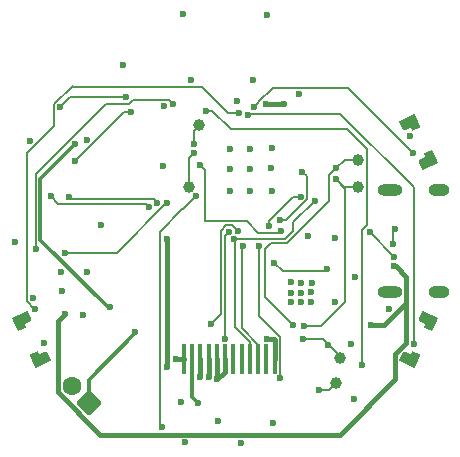
<source format=gbr>
%TF.GenerationSoftware,KiCad,Pcbnew,(6.0.7-1)-1*%
%TF.CreationDate,2022-10-24T14:59:34+01:00*%
%TF.ProjectId,wristpad,77726973-7470-4616-942e-6b696361645f,rev?*%
%TF.SameCoordinates,Original*%
%TF.FileFunction,Copper,L4,Bot*%
%TF.FilePolarity,Positive*%
%FSLAX46Y46*%
G04 Gerber Fmt 4.6, Leading zero omitted, Abs format (unit mm)*
G04 Created by KiCad (PCBNEW (6.0.7-1)-1) date 2022-10-24 14:59:34*
%MOMM*%
%LPD*%
G01*
G04 APERTURE LIST*
G04 Aperture macros list*
%AMRoundRect*
0 Rectangle with rounded corners*
0 $1 Rounding radius*
0 $2 $3 $4 $5 $6 $7 $8 $9 X,Y pos of 4 corners*
0 Add a 4 corners polygon primitive as box body*
4,1,4,$2,$3,$4,$5,$6,$7,$8,$9,$2,$3,0*
0 Add four circle primitives for the rounded corners*
1,1,$1+$1,$2,$3*
1,1,$1+$1,$4,$5*
1,1,$1+$1,$6,$7*
1,1,$1+$1,$8,$9*
0 Add four rect primitives between the rounded corners*
20,1,$1+$1,$2,$3,$4,$5,0*
20,1,$1+$1,$4,$5,$6,$7,0*
20,1,$1+$1,$6,$7,$8,$9,0*
20,1,$1+$1,$8,$9,$2,$3,0*%
%AMFreePoly0*
4,1,16,0.740277,0.992426,0.757850,0.950000,0.757850,0.300000,0.740275,0.257574,0.697850,0.240000,0.457200,0.240000,0.457201,-0.274320,0.274320,-0.457200,-0.457200,-0.457200,-0.457200,0.288050,-0.462150,0.300000,-0.462150,0.949999,-0.444576,0.992426,-0.402150,1.010000,0.697850,1.010000,0.740277,0.992426,0.740277,0.992426,$1*%
%AMFreePoly1*
4,1,16,0.444576,0.992426,0.462150,0.950000,0.462150,0.300000,0.457200,0.288050,0.457200,-0.457200,-0.274320,-0.457201,-0.457200,-0.274320,-0.457200,0.240000,-0.697850,0.240000,-0.740276,0.257574,-0.757850,0.300000,-0.757850,0.950000,-0.740276,0.992426,-0.697850,1.010000,0.402150,1.010000,0.444576,0.992426,0.444576,0.992426,$1*%
G04 Aperture macros list end*
%TA.AperFunction,SMDPad,CuDef*%
%ADD10C,1.000000*%
%TD*%
%TA.AperFunction,ComponentPad*%
%ADD11RoundRect,0.250000X0.777817X0.000000X0.000000X0.777817X-0.777817X0.000000X0.000000X-0.777817X0*%
%TD*%
%TA.AperFunction,ComponentPad*%
%ADD12C,1.600000*%
%TD*%
%TA.AperFunction,ComponentPad*%
%ADD13FreePoly0,115.000000*%
%TD*%
%TA.AperFunction,ComponentPad*%
%ADD14FreePoly1,115.000000*%
%TD*%
%TA.AperFunction,ComponentPad*%
%ADD15O,2.108200X0.990600*%
%TD*%
%TA.AperFunction,ComponentPad*%
%ADD16O,1.803400X0.990600*%
%TD*%
%TA.AperFunction,ComponentPad*%
%ADD17FreePoly1,245.000000*%
%TD*%
%TA.AperFunction,ComponentPad*%
%ADD18FreePoly0,245.000000*%
%TD*%
%TA.AperFunction,ComponentPad*%
%ADD19FreePoly1,295.000000*%
%TD*%
%TA.AperFunction,ComponentPad*%
%ADD20FreePoly0,295.000000*%
%TD*%
%TA.AperFunction,SMDPad,CuDef*%
%ADD21R,0.350000X2.500000*%
%TD*%
%TA.AperFunction,ViaPad*%
%ADD22C,0.600000*%
%TD*%
%TA.AperFunction,Conductor*%
%ADD23C,0.400000*%
%TD*%
%TA.AperFunction,Conductor*%
%ADD24C,0.200000*%
%TD*%
%TA.AperFunction,Conductor*%
%ADD25C,0.300000*%
%TD*%
G04 APERTURE END LIST*
D10*
%TO.P,TP7,1,1*%
%TO.N,/RXD*%
X111230000Y-93140000D03*
%TD*%
%TO.P,TP6,1,1*%
%TO.N,/TXD*%
X111260000Y-95490000D03*
%TD*%
%TO.P,TP4,1,1*%
%TO.N,/DTR*%
X109390000Y-112010000D03*
%TD*%
%TO.P,TP3,1,1*%
%TO.N,/RTS*%
X109730000Y-109930000D03*
%TD*%
%TO.P,TP2,1,1*%
%TO.N,/DAC2*%
X96940000Y-95470000D03*
%TD*%
%TO.P,TP1,1,1*%
%TO.N,/DAC1*%
X97830000Y-90220000D03*
%TD*%
D11*
%TO.P,J2,1,Pin_1*%
%TO.N,+BATT*%
X88453199Y-113713199D03*
D12*
%TO.P,J2,2,Pin_2*%
%TO.N,GND*%
X87038985Y-112298985D03*
%TD*%
D13*
%TO.P,SW5,3*%
%TO.N,N/C*%
X84653935Y-109891721D03*
D14*
X83092065Y-106542279D03*
%TD*%
D15*
%TO.P,J1,13,SHELL*%
%TO.N,GND*%
X113920000Y-104320002D03*
D16*
X118100000Y-104320002D03*
X118100000Y-95679998D03*
D15*
X113920000Y-95679998D03*
%TD*%
D17*
%TO.P,SW4,3*%
%TO.N,N/C*%
X115346065Y-109891721D03*
D18*
X116907935Y-106542279D03*
%TD*%
D19*
%TO.P,SW3,3*%
%TO.N,N/C*%
X116907935Y-93457721D03*
D20*
X115346065Y-90108279D03*
%TD*%
D21*
%TO.P,U5,1,GND*%
%TO.N,GND*%
X96500000Y-110019500D03*
%TO.P,U5,2,LEDK*%
%TO.N,/LEDK*%
X97200000Y-110019500D03*
%TO.P,U5,3,LEDA*%
%TO.N,/LEDA*%
X97900000Y-110019500D03*
%TO.P,U5,4,VDD*%
%TO.N,/POWER*%
X98600000Y-110019500D03*
%TO.P,U5,5,GND*%
%TO.N,GND*%
X99300000Y-110019500D03*
%TO.P,U5,6,GND*%
X100000000Y-110019500D03*
%TO.P,U5,7,D/C*%
%TO.N,unconnected-(U5-Pad7)*%
X100700000Y-110019500D03*
%TO.P,U5,8,CS*%
%TO.N,unconnected-(U5-Pad8)*%
X101400000Y-110019500D03*
%TO.P,U5,9,SCL*%
%TO.N,/SCL*%
X102100000Y-110019500D03*
%TO.P,U5,10,SDA*%
%TO.N,/SDA*%
X102800000Y-110019500D03*
%TO.P,U5,11,RESET*%
%TO.N,unconnected-(U5-Pad11)*%
X103500000Y-110019500D03*
%TO.P,U5,12,GND*%
%TO.N,GND*%
X104200000Y-110019500D03*
%TD*%
D22*
%TO.N,GND*%
X106270000Y-87610000D03*
%TO.N,+3V3*%
X105020500Y-88410000D03*
%TO.N,GND*%
X100980000Y-88140000D03*
%TO.N,/EN*%
X98400000Y-88990000D03*
%TO.N,GND*%
X91330000Y-85120000D03*
X86140000Y-102660000D03*
X82170000Y-100070000D03*
X86200000Y-104230000D03*
X110940000Y-113370000D03*
%TO.N,/RTS*%
X108670000Y-108850000D03*
%TO.N,GND*%
X89470000Y-98630000D03*
%TO.N,+3V3*%
X103470000Y-88420000D03*
X95120000Y-110690000D03*
X95120000Y-99820000D03*
%TO.N,/VIO*%
X108650000Y-102430000D03*
X104110000Y-101846451D03*
%TO.N,/B3*%
X101169960Y-89222472D03*
X83870000Y-105750000D03*
%TO.N,/B1*%
X115944767Y-92597423D03*
X102450000Y-88640000D03*
%TO.N,/B2*%
X101900500Y-89390000D03*
X115966761Y-108772452D03*
%TO.N,/EN*%
X111630000Y-110540000D03*
%TO.N,/BOOT*%
X97538560Y-96207076D03*
X94660000Y-115766758D03*
%TO.N,VBUS*%
X112380000Y-107160000D03*
%TO.N,/STAT*%
X95038556Y-96811444D03*
X86406232Y-101012089D03*
%TO.N,/DTR*%
X107950000Y-112640000D03*
%TO.N,/RTS*%
X106610000Y-108330000D03*
%TO.N,GND*%
X96580000Y-117080000D03*
X101330000Y-117090000D03*
X104070000Y-115460000D03*
X99440000Y-115290000D03*
X96300000Y-113690000D03*
%TO.N,/LEDK*%
X97726577Y-113762582D03*
%TO.N,GND*%
X103520000Y-108319998D03*
%TO.N,/BACKLIGHT*%
X104626352Y-111642157D03*
X102880000Y-100409500D03*
X103719445Y-98762333D03*
X106397000Y-96260500D03*
%TO.N,/SCL*%
X107590000Y-96610000D03*
%TO.N,/PIEZO*%
X100339213Y-99246668D03*
X99980500Y-108319998D03*
%TO.N,/ENABLE*%
X101090472Y-99182467D03*
X98820734Y-107049266D03*
%TO.N,/SCL*%
X86753743Y-96308622D03*
%TO.N,/SDA*%
X85260000Y-96240000D03*
X93559942Y-97105990D03*
%TO.N,/SCL*%
X94239208Y-96789208D03*
%TO.N,/DIR*%
X87270000Y-93270000D03*
X92060000Y-89140000D03*
%TO.N,/POWER*%
X91610000Y-87870000D03*
X86060000Y-88680000D03*
%TO.N,GND*%
X83480000Y-91530000D03*
%TO.N,VBUS*%
X114292955Y-102148027D03*
X86470000Y-106240000D03*
%TO.N,GND*%
X105571484Y-103510951D03*
X87950000Y-106270000D03*
X95860000Y-110020000D03*
X88330000Y-102620000D03*
X84627483Y-108629772D03*
X106441484Y-105230951D03*
X107321484Y-103550951D03*
X102400000Y-86360000D03*
X109321484Y-99730951D03*
X103961000Y-92181000D03*
X107311484Y-104330951D03*
X107311484Y-105210951D03*
X103941000Y-95831000D03*
X109291484Y-105198451D03*
X113860000Y-105770000D03*
X97100000Y-86400500D03*
X115640000Y-91160000D03*
X102131000Y-92221000D03*
X105581484Y-105230951D03*
X99352820Y-111734923D03*
X100391000Y-95751000D03*
X102141000Y-95811000D03*
X96420000Y-80820000D03*
X100431000Y-93961000D03*
X106441484Y-104400951D03*
X103580000Y-80880000D03*
X103921000Y-93861000D03*
X94860000Y-88600000D03*
X106441484Y-103540951D03*
X111030000Y-103060000D03*
X110680000Y-108710000D03*
X107001069Y-99641069D03*
X88291444Y-91471444D03*
X100431000Y-92201000D03*
X83740000Y-104860000D03*
X105551484Y-104400951D03*
X94780000Y-93690000D03*
X102111000Y-93921000D03*
%TO.N,+BATT*%
X92390000Y-107720000D03*
%TO.N,/DP*%
X114201500Y-100250001D03*
X114380000Y-99050000D03*
%TO.N,/SDA*%
X104624984Y-98265564D03*
X101477425Y-100409500D03*
X106543320Y-94153635D03*
%TO.N,/SCL*%
X100770000Y-99860000D03*
%TO.N,/DAC1*%
X97350000Y-91810500D03*
%TO.N,/DAC2*%
X97394581Y-92559599D03*
%TO.N,/POWER*%
X90260000Y-105630000D03*
X98619503Y-111580000D03*
X87280000Y-91850000D03*
%TO.N,/BATT_ADC*%
X95580780Y-88394500D03*
X83960000Y-100680000D03*
%TO.N,/CONNECTED*%
X97846885Y-93561500D03*
X104731484Y-99170000D03*
%TO.N,/CC2*%
X112250000Y-99250000D03*
X114337715Y-101349501D03*
%TO.N,/TXD*%
X106691484Y-107198451D03*
X109380000Y-94800000D03*
%TO.N,/RXD*%
X105731484Y-107130951D03*
X109390500Y-93860000D03*
%TO.N,/LEDA*%
X97870000Y-111580000D03*
%TD*%
D23*
%TO.N,VBUS*%
X89436258Y-116416258D02*
X109713742Y-116416258D01*
X109713742Y-116416258D02*
X114388480Y-111741520D01*
X85870000Y-106840000D02*
X85870000Y-112850000D01*
X114388480Y-109614060D02*
X115324100Y-108678440D01*
X85870000Y-112850000D02*
X89436258Y-116416258D01*
X114388480Y-111741520D02*
X114388480Y-109614060D01*
X86470000Y-106240000D02*
X85870000Y-106840000D01*
X115324100Y-108678440D02*
X115324100Y-105285900D01*
%TO.N,+3V3*%
X105010500Y-88420000D02*
X105020500Y-88410000D01*
X103470000Y-88420000D02*
X105010500Y-88420000D01*
D24*
%TO.N,/B3*%
X87152182Y-86950000D02*
X87082182Y-86880000D01*
X87082182Y-86880000D02*
X85500000Y-88462182D01*
X101169960Y-89222472D02*
X100282972Y-89222472D01*
X100282972Y-89222472D02*
X98010500Y-86950000D01*
X85500000Y-88462182D02*
X85500000Y-90287818D01*
X98010500Y-86950000D02*
X87152182Y-86950000D01*
X85500000Y-90287818D02*
X83190000Y-92597818D01*
X83190000Y-92597818D02*
X83190000Y-105087818D01*
X83852182Y-105750000D02*
X83870000Y-105750000D01*
X83190000Y-105087818D02*
X83852182Y-105750000D01*
%TO.N,/B2*%
X102030500Y-89260000D02*
X109732182Y-89260000D01*
X109732182Y-89260000D02*
X115966761Y-95494579D01*
X101900500Y-89390000D02*
X102030500Y-89260000D01*
X115966761Y-95494579D02*
X115966761Y-108772452D01*
%TO.N,/EN*%
X98880000Y-88990000D02*
X98400000Y-88990000D01*
X100460000Y-90570000D02*
X98880000Y-88990000D01*
D23*
%TO.N,+3V3*%
X95120000Y-99820000D02*
X95120000Y-110690000D01*
D24*
%TO.N,/RTS*%
X106610000Y-108330000D02*
X108310000Y-108330000D01*
X108310000Y-108330000D02*
X108790000Y-108810000D01*
%TO.N,/VIO*%
X104864500Y-102600951D02*
X104110000Y-101846451D01*
X108650000Y-102430000D02*
X108479049Y-102600951D01*
X108479049Y-102600951D02*
X104864500Y-102600951D01*
%TO.N,/TXD*%
X106691484Y-107198451D02*
X108131549Y-107198451D01*
X110170000Y-105160000D02*
X110170000Y-95590000D01*
X108131549Y-107198451D02*
X110170000Y-105160000D01*
X110170000Y-95590000D02*
X109380000Y-94800000D01*
%TO.N,/RXD*%
X103370000Y-104769467D02*
X103370000Y-100697318D01*
X103370000Y-100697318D02*
X103857318Y-100210000D01*
X105731484Y-107130951D02*
X103370000Y-104769467D01*
X103857318Y-100210000D02*
X105224974Y-100210000D01*
X105224974Y-100210000D02*
X108830000Y-96604974D01*
X108830000Y-96604974D02*
X108830000Y-94420500D01*
X108830000Y-94420500D02*
X109390500Y-93860000D01*
%TO.N,/EN*%
X100460000Y-90570000D02*
X110350000Y-90570000D01*
X112022182Y-98700000D02*
X111630000Y-99092182D01*
X110350000Y-90570000D02*
X112022182Y-92242182D01*
X112022182Y-92242182D02*
X112022182Y-98700000D01*
X111630000Y-99092182D02*
X111630000Y-110540000D01*
%TO.N,/CONNECTED*%
X104731484Y-99170000D02*
X104589151Y-99312333D01*
X104589151Y-99312333D02*
X102803939Y-99312333D01*
X102803939Y-99312333D02*
X101811606Y-98320000D01*
X101811606Y-98320000D02*
X98280000Y-98320000D01*
X98280000Y-93994615D02*
X97846885Y-93561500D01*
X98280000Y-98320000D02*
X98280000Y-93994615D01*
%TO.N,/BATT_ADC*%
X83960000Y-100680000D02*
X83960000Y-94390000D01*
X95236280Y-88050000D02*
X95580780Y-88394500D01*
X83960000Y-94390000D02*
X89930000Y-88420000D01*
X91837818Y-88420000D02*
X92207818Y-88050000D01*
X89930000Y-88420000D02*
X91837818Y-88420000D01*
X92207818Y-88050000D02*
X95236280Y-88050000D01*
%TO.N,/B1*%
X110397344Y-87050000D02*
X115944767Y-92597423D01*
X104040000Y-87050000D02*
X110397344Y-87050000D01*
X102820000Y-88270000D02*
X104040000Y-87050000D01*
X102750000Y-88340000D02*
X102820000Y-88270000D01*
X102450000Y-88640000D02*
X102750000Y-88340000D01*
%TO.N,/BOOT*%
X94660000Y-115766758D02*
X94452544Y-115559302D01*
X96395636Y-97350000D02*
X97538560Y-96207076D01*
X94452544Y-115559302D02*
X94452544Y-99277456D01*
X94452544Y-99277456D02*
X96380000Y-97350000D01*
X96380000Y-97350000D02*
X96395636Y-97350000D01*
D23*
%TO.N,VBUS*%
X114428790Y-102148027D02*
X115324100Y-103043337D01*
X114292955Y-102148027D02*
X114428790Y-102148027D01*
X115324100Y-103043337D02*
X115324100Y-105285900D01*
X112380000Y-107160000D02*
X113450000Y-107160000D01*
X113450000Y-107160000D02*
X115324100Y-105285900D01*
D24*
%TO.N,/SCL*%
X100770000Y-99860000D02*
X105080000Y-99860000D01*
X105080000Y-99860000D02*
X105750000Y-99190000D01*
X105750000Y-99190000D02*
X105750000Y-98450000D01*
X105750000Y-98450000D02*
X107590000Y-96610000D01*
%TO.N,/CONNECTED*%
X104731484Y-99373951D02*
X104717984Y-99387451D01*
X104731484Y-99170000D02*
X104731484Y-99373951D01*
%TO.N,/ENABLE*%
X101090472Y-99182467D02*
X100604673Y-98696668D01*
X100111395Y-98696668D02*
X99630500Y-99177563D01*
X99630500Y-99177563D02*
X99630500Y-106239500D01*
X100604673Y-98696668D02*
X100111395Y-98696668D01*
X99630500Y-106239500D02*
X98820734Y-107049266D01*
%TO.N,/PIEZO*%
X100339213Y-99246668D02*
X99980500Y-99605381D01*
X99980500Y-99605381D02*
X99980500Y-108319998D01*
%TO.N,/STAT*%
X95038556Y-96811444D02*
X95018556Y-96811444D01*
X95018556Y-96811444D02*
X90817911Y-101012089D01*
X90817911Y-101012089D02*
X86406232Y-101012089D01*
%TO.N,/SDA*%
X93559942Y-97105990D02*
X93313952Y-96860000D01*
X93313952Y-96860000D02*
X85880000Y-96860000D01*
X85880000Y-96860000D02*
X85260000Y-96240000D01*
%TO.N,/TXD*%
X109380000Y-94800000D02*
X110070000Y-95490000D01*
X110070000Y-95490000D02*
X111260000Y-95490000D01*
%TO.N,/DTR*%
X109390000Y-112010000D02*
X108760000Y-112640000D01*
X108760000Y-112640000D02*
X107950000Y-112640000D01*
%TO.N,/RTS*%
X109730000Y-109930000D02*
X109730000Y-109750000D01*
X109730000Y-109750000D02*
X108790000Y-108810000D01*
D25*
%TO.N,/POWER*%
X87280000Y-91850000D02*
X84360000Y-94770000D01*
X84360000Y-94770000D02*
X84360000Y-99910000D01*
X84360000Y-99910000D02*
X90080000Y-105630000D01*
X90080000Y-105630000D02*
X90260000Y-105630000D01*
D24*
%TO.N,/SDA*%
X104624984Y-98265564D02*
X105169754Y-98265564D01*
X105169754Y-98265564D02*
X106947000Y-96488318D01*
X106947000Y-96488318D02*
X106947000Y-94557315D01*
X106947000Y-94557315D02*
X106543320Y-94153635D01*
%TO.N,/BACKLIGHT*%
X106397000Y-96260500D02*
X105779500Y-96260500D01*
X103719445Y-98320555D02*
X103719445Y-98762333D01*
X105779500Y-96260500D02*
X103719445Y-98320555D01*
X102880000Y-100409500D02*
X102870000Y-100419500D01*
X102870000Y-106360000D02*
X104650000Y-108140000D01*
X104650000Y-108140000D02*
X104650000Y-111494500D01*
X102870000Y-100419500D02*
X102870000Y-106360000D01*
X104650000Y-111494500D02*
X104626352Y-111518148D01*
X104626352Y-111518148D02*
X104626352Y-111642157D01*
%TO.N,/SDA*%
X101477425Y-100409500D02*
X101410000Y-100476925D01*
X101410000Y-100476925D02*
X101410000Y-107404500D01*
X101410000Y-107404500D02*
X102800000Y-108794500D01*
X102800000Y-108794500D02*
X102800000Y-110019500D01*
%TO.N,/SCL*%
X102100000Y-108589474D02*
X102100000Y-110019500D01*
X100770000Y-99860000D02*
X100830000Y-99920000D01*
X100830000Y-99920000D02*
X100830000Y-107319474D01*
X100830000Y-107319474D02*
X102100000Y-108589474D01*
%TO.N,/RXD*%
X109390500Y-93860000D02*
X110110500Y-93140000D01*
X110110500Y-93140000D02*
X111230000Y-93140000D01*
%TO.N,/DAC1*%
X97350000Y-91810500D02*
X97350000Y-90700000D01*
X97350000Y-90700000D02*
X97830000Y-90220000D01*
%TO.N,/DAC2*%
X97394581Y-92559599D02*
X96940000Y-93014180D01*
X96940000Y-93014180D02*
X96940000Y-95470000D01*
D25*
%TO.N,/LEDK*%
X97200000Y-110019500D02*
X97200000Y-113236005D01*
X97200000Y-113236005D02*
X97726577Y-113762582D01*
D23*
%TO.N,GND*%
X104150498Y-108319998D02*
X103520000Y-108319998D01*
X104200000Y-108369500D02*
X104150498Y-108319998D01*
X104200000Y-110019500D02*
X104200000Y-108369500D01*
X99352820Y-111734923D02*
X99300000Y-111682103D01*
X99300000Y-111682103D02*
X99300000Y-110019500D01*
X99352820Y-111734923D02*
X100000000Y-111087743D01*
X100000000Y-111087743D02*
X100000000Y-110019500D01*
D24*
%TO.N,/SCL*%
X93960000Y-96510000D02*
X86955121Y-96510000D01*
X94239208Y-96789208D02*
X93960000Y-96510000D01*
X86955121Y-96510000D02*
X86753743Y-96308622D01*
%TO.N,/DIR*%
X92060000Y-89140000D02*
X91400000Y-89140000D01*
X91400000Y-89140000D02*
X87270000Y-93270000D01*
%TO.N,/POWER*%
X91610000Y-87870000D02*
X86870000Y-87870000D01*
X86870000Y-87870000D02*
X86060000Y-88680000D01*
D23*
%TO.N,GND*%
X95860000Y-110020000D02*
X95860500Y-110019500D01*
X95860500Y-110019500D02*
X96500000Y-110019500D01*
D25*
%TO.N,+BATT*%
X88453199Y-111776801D02*
X88453199Y-113713199D01*
X92390000Y-107840000D02*
X88453199Y-111776801D01*
X92390000Y-107720000D02*
X92390000Y-107840000D01*
D24*
%TO.N,/DP*%
X114201500Y-99228500D02*
X114380000Y-99050000D01*
X114201500Y-100250001D02*
X114201500Y-99228500D01*
D23*
%TO.N,/POWER*%
X98600000Y-111560497D02*
X98600000Y-110019500D01*
X98619503Y-111580000D02*
X98600000Y-111560497D01*
D24*
%TO.N,/CC2*%
X114337715Y-101337715D02*
X112250000Y-99250000D01*
X114337715Y-101349501D02*
X114337715Y-101337715D01*
D23*
%TO.N,/LEDA*%
X97900000Y-111550000D02*
X97870000Y-111580000D01*
X97900000Y-110019500D02*
X97900000Y-111550000D01*
%TD*%
M02*

</source>
